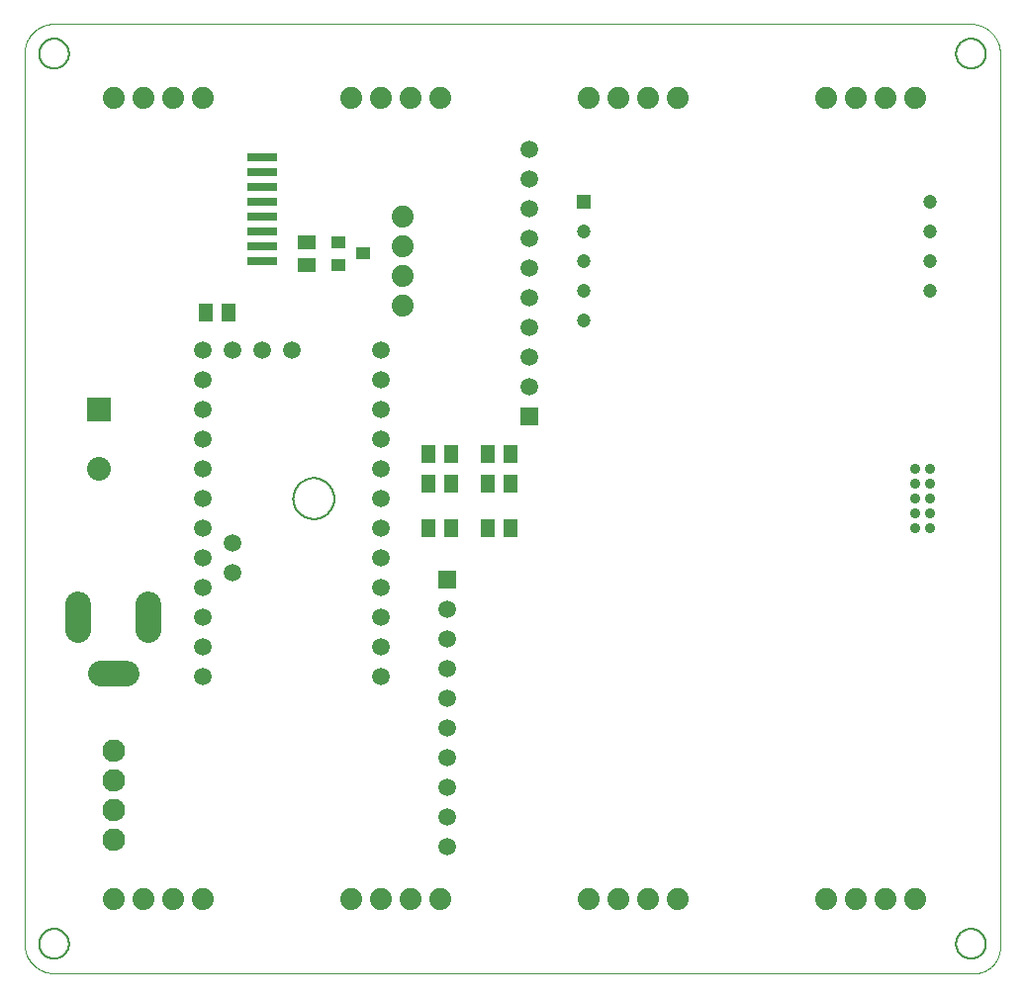
<source format=gts>
G75*
%MOIN*%
%OFA0B0*%
%FSLAX25Y25*%
%IPPOS*%
%LPD*%
%AMOC8*
5,1,8,0,0,1.08239X$1,22.5*
%
%ADD10C,0.00000*%
%ADD11C,0.00600*%
%ADD12C,0.07400*%
%ADD13C,0.08600*%
%ADD14C,0.05906*%
%ADD15R,0.04724X0.04724*%
%ADD16C,0.04724*%
%ADD17R,0.10000X0.03000*%
%ADD18R,0.05118X0.05906*%
%ADD19R,0.05906X0.05118*%
%ADD20R,0.08000X0.08000*%
%ADD21C,0.08000*%
%ADD22R,0.04724X0.04000*%
%ADD23C,0.03562*%
%ADD24C,0.07600*%
%ADD25R,0.05906X0.05906*%
D10*
X0013520Y0011600D02*
X0013520Y0311561D01*
X0013523Y0311803D01*
X0013532Y0312044D01*
X0013546Y0312285D01*
X0013567Y0312526D01*
X0013593Y0312766D01*
X0013625Y0313006D01*
X0013663Y0313245D01*
X0013706Y0313482D01*
X0013756Y0313719D01*
X0013811Y0313954D01*
X0013871Y0314188D01*
X0013938Y0314420D01*
X0014009Y0314651D01*
X0014087Y0314880D01*
X0014170Y0315107D01*
X0014258Y0315332D01*
X0014352Y0315555D01*
X0014451Y0315775D01*
X0014556Y0315993D01*
X0014665Y0316208D01*
X0014780Y0316421D01*
X0014900Y0316631D01*
X0015025Y0316837D01*
X0015155Y0317041D01*
X0015290Y0317242D01*
X0015430Y0317439D01*
X0015574Y0317633D01*
X0015723Y0317823D01*
X0015877Y0318009D01*
X0016035Y0318192D01*
X0016197Y0318371D01*
X0016364Y0318546D01*
X0016535Y0318717D01*
X0016710Y0318884D01*
X0016889Y0319046D01*
X0017072Y0319204D01*
X0017258Y0319358D01*
X0017448Y0319507D01*
X0017642Y0319651D01*
X0017839Y0319791D01*
X0018040Y0319926D01*
X0018244Y0320056D01*
X0018450Y0320181D01*
X0018660Y0320301D01*
X0018873Y0320416D01*
X0019088Y0320525D01*
X0019306Y0320630D01*
X0019526Y0320729D01*
X0019749Y0320823D01*
X0019974Y0320911D01*
X0020201Y0320994D01*
X0020430Y0321072D01*
X0020661Y0321143D01*
X0020893Y0321210D01*
X0021127Y0321270D01*
X0021362Y0321325D01*
X0021599Y0321375D01*
X0021836Y0321418D01*
X0022075Y0321456D01*
X0022315Y0321488D01*
X0022555Y0321514D01*
X0022796Y0321535D01*
X0023037Y0321549D01*
X0023278Y0321558D01*
X0023520Y0321561D01*
X0332260Y0321561D01*
X0332501Y0321558D01*
X0332741Y0321549D01*
X0332982Y0321535D01*
X0333221Y0321514D01*
X0333461Y0321488D01*
X0333699Y0321456D01*
X0333937Y0321419D01*
X0334174Y0321375D01*
X0334409Y0321326D01*
X0334644Y0321272D01*
X0334877Y0321211D01*
X0335108Y0321145D01*
X0335338Y0321073D01*
X0335566Y0320996D01*
X0335792Y0320914D01*
X0336016Y0320826D01*
X0336238Y0320732D01*
X0336458Y0320633D01*
X0336675Y0320529D01*
X0336889Y0320420D01*
X0337101Y0320306D01*
X0337310Y0320186D01*
X0337516Y0320062D01*
X0337719Y0319932D01*
X0337918Y0319798D01*
X0338115Y0319659D01*
X0338308Y0319515D01*
X0338497Y0319366D01*
X0338683Y0319213D01*
X0338865Y0319056D01*
X0339044Y0318894D01*
X0339218Y0318728D01*
X0339388Y0318558D01*
X0339554Y0318384D01*
X0339716Y0318205D01*
X0339873Y0318023D01*
X0340026Y0317837D01*
X0340175Y0317648D01*
X0340319Y0317455D01*
X0340458Y0317258D01*
X0340592Y0317059D01*
X0340722Y0316856D01*
X0340846Y0316650D01*
X0340966Y0316441D01*
X0341080Y0316229D01*
X0341189Y0316015D01*
X0341293Y0315798D01*
X0341392Y0315578D01*
X0341486Y0315356D01*
X0341574Y0315132D01*
X0341656Y0314906D01*
X0341733Y0314678D01*
X0341805Y0314448D01*
X0341871Y0314217D01*
X0341932Y0313984D01*
X0341986Y0313749D01*
X0342035Y0313514D01*
X0342079Y0313277D01*
X0342116Y0313039D01*
X0342148Y0312801D01*
X0342174Y0312561D01*
X0342195Y0312322D01*
X0342209Y0312081D01*
X0342218Y0311841D01*
X0342221Y0311600D01*
X0342220Y0311600D02*
X0342220Y0010301D01*
X0342221Y0010301D02*
X0342218Y0010091D01*
X0342211Y0009881D01*
X0342198Y0009671D01*
X0342180Y0009461D01*
X0342158Y0009252D01*
X0342130Y0009044D01*
X0342097Y0008836D01*
X0342059Y0008629D01*
X0342016Y0008423D01*
X0341968Y0008219D01*
X0341915Y0008015D01*
X0341858Y0007813D01*
X0341795Y0007612D01*
X0341728Y0007413D01*
X0341656Y0007216D01*
X0341579Y0007020D01*
X0341497Y0006826D01*
X0341411Y0006634D01*
X0341320Y0006445D01*
X0341224Y0006257D01*
X0341124Y0006072D01*
X0341020Y0005890D01*
X0340911Y0005710D01*
X0340798Y0005533D01*
X0340681Y0005358D01*
X0340559Y0005187D01*
X0340434Y0005018D01*
X0340304Y0004853D01*
X0340170Y0004690D01*
X0340033Y0004531D01*
X0339891Y0004375D01*
X0339746Y0004223D01*
X0339598Y0004075D01*
X0339446Y0003930D01*
X0339290Y0003788D01*
X0339131Y0003651D01*
X0338968Y0003517D01*
X0338803Y0003387D01*
X0338634Y0003262D01*
X0338463Y0003140D01*
X0338288Y0003023D01*
X0338111Y0002910D01*
X0337931Y0002801D01*
X0337749Y0002697D01*
X0337564Y0002597D01*
X0337376Y0002501D01*
X0337187Y0002410D01*
X0336995Y0002324D01*
X0336801Y0002242D01*
X0336605Y0002165D01*
X0336408Y0002093D01*
X0336209Y0002026D01*
X0336008Y0001963D01*
X0335806Y0001906D01*
X0335602Y0001853D01*
X0335398Y0001805D01*
X0335192Y0001762D01*
X0334985Y0001724D01*
X0334777Y0001691D01*
X0334569Y0001663D01*
X0334360Y0001641D01*
X0334150Y0001623D01*
X0333940Y0001610D01*
X0333730Y0001603D01*
X0333520Y0001600D01*
X0023520Y0001600D01*
X0023278Y0001603D01*
X0023037Y0001612D01*
X0022796Y0001626D01*
X0022555Y0001647D01*
X0022315Y0001673D01*
X0022075Y0001705D01*
X0021836Y0001743D01*
X0021599Y0001786D01*
X0021362Y0001836D01*
X0021127Y0001891D01*
X0020893Y0001951D01*
X0020661Y0002018D01*
X0020430Y0002089D01*
X0020201Y0002167D01*
X0019974Y0002250D01*
X0019749Y0002338D01*
X0019526Y0002432D01*
X0019306Y0002531D01*
X0019088Y0002636D01*
X0018873Y0002745D01*
X0018660Y0002860D01*
X0018450Y0002980D01*
X0018244Y0003105D01*
X0018040Y0003235D01*
X0017839Y0003370D01*
X0017642Y0003510D01*
X0017448Y0003654D01*
X0017258Y0003803D01*
X0017072Y0003957D01*
X0016889Y0004115D01*
X0016710Y0004277D01*
X0016535Y0004444D01*
X0016364Y0004615D01*
X0016197Y0004790D01*
X0016035Y0004969D01*
X0015877Y0005152D01*
X0015723Y0005338D01*
X0015574Y0005528D01*
X0015430Y0005722D01*
X0015290Y0005919D01*
X0015155Y0006120D01*
X0015025Y0006324D01*
X0014900Y0006530D01*
X0014780Y0006740D01*
X0014665Y0006953D01*
X0014556Y0007168D01*
X0014451Y0007386D01*
X0014352Y0007606D01*
X0014258Y0007829D01*
X0014170Y0008054D01*
X0014087Y0008281D01*
X0014009Y0008510D01*
X0013938Y0008741D01*
X0013871Y0008973D01*
X0013811Y0009207D01*
X0013756Y0009442D01*
X0013706Y0009679D01*
X0013663Y0009916D01*
X0013625Y0010155D01*
X0013593Y0010395D01*
X0013567Y0010635D01*
X0013546Y0010876D01*
X0013532Y0011117D01*
X0013523Y0011358D01*
X0013520Y0011600D01*
D11*
X0018520Y0011600D02*
X0018522Y0011741D01*
X0018528Y0011882D01*
X0018538Y0012022D01*
X0018552Y0012162D01*
X0018570Y0012302D01*
X0018591Y0012441D01*
X0018617Y0012580D01*
X0018646Y0012718D01*
X0018680Y0012854D01*
X0018717Y0012990D01*
X0018758Y0013125D01*
X0018803Y0013259D01*
X0018852Y0013391D01*
X0018904Y0013522D01*
X0018960Y0013651D01*
X0019020Y0013778D01*
X0019083Y0013904D01*
X0019149Y0014028D01*
X0019220Y0014151D01*
X0019293Y0014271D01*
X0019370Y0014389D01*
X0019450Y0014505D01*
X0019534Y0014618D01*
X0019620Y0014729D01*
X0019710Y0014838D01*
X0019803Y0014944D01*
X0019898Y0015047D01*
X0019997Y0015148D01*
X0020098Y0015246D01*
X0020202Y0015341D01*
X0020309Y0015433D01*
X0020418Y0015522D01*
X0020530Y0015607D01*
X0020644Y0015690D01*
X0020760Y0015770D01*
X0020879Y0015846D01*
X0021000Y0015918D01*
X0021122Y0015988D01*
X0021247Y0016053D01*
X0021373Y0016116D01*
X0021501Y0016174D01*
X0021631Y0016229D01*
X0021762Y0016281D01*
X0021895Y0016328D01*
X0022029Y0016372D01*
X0022164Y0016413D01*
X0022300Y0016449D01*
X0022437Y0016481D01*
X0022575Y0016510D01*
X0022713Y0016535D01*
X0022853Y0016555D01*
X0022993Y0016572D01*
X0023133Y0016585D01*
X0023274Y0016594D01*
X0023414Y0016599D01*
X0023555Y0016600D01*
X0023696Y0016597D01*
X0023837Y0016590D01*
X0023977Y0016579D01*
X0024117Y0016564D01*
X0024257Y0016545D01*
X0024396Y0016523D01*
X0024534Y0016496D01*
X0024672Y0016466D01*
X0024808Y0016431D01*
X0024944Y0016393D01*
X0025078Y0016351D01*
X0025212Y0016305D01*
X0025344Y0016256D01*
X0025474Y0016202D01*
X0025603Y0016145D01*
X0025730Y0016085D01*
X0025856Y0016021D01*
X0025979Y0015953D01*
X0026101Y0015882D01*
X0026221Y0015808D01*
X0026338Y0015730D01*
X0026453Y0015649D01*
X0026566Y0015565D01*
X0026677Y0015478D01*
X0026785Y0015387D01*
X0026890Y0015294D01*
X0026993Y0015197D01*
X0027093Y0015098D01*
X0027190Y0014996D01*
X0027284Y0014891D01*
X0027375Y0014784D01*
X0027463Y0014674D01*
X0027548Y0014562D01*
X0027630Y0014447D01*
X0027709Y0014330D01*
X0027784Y0014211D01*
X0027856Y0014090D01*
X0027924Y0013967D01*
X0027989Y0013842D01*
X0028051Y0013715D01*
X0028108Y0013586D01*
X0028163Y0013456D01*
X0028213Y0013325D01*
X0028260Y0013192D01*
X0028303Y0013058D01*
X0028342Y0012922D01*
X0028377Y0012786D01*
X0028409Y0012649D01*
X0028436Y0012511D01*
X0028460Y0012372D01*
X0028480Y0012232D01*
X0028496Y0012092D01*
X0028508Y0011952D01*
X0028516Y0011811D01*
X0028520Y0011670D01*
X0028520Y0011530D01*
X0028516Y0011389D01*
X0028508Y0011248D01*
X0028496Y0011108D01*
X0028480Y0010968D01*
X0028460Y0010828D01*
X0028436Y0010689D01*
X0028409Y0010551D01*
X0028377Y0010414D01*
X0028342Y0010278D01*
X0028303Y0010142D01*
X0028260Y0010008D01*
X0028213Y0009875D01*
X0028163Y0009744D01*
X0028108Y0009614D01*
X0028051Y0009485D01*
X0027989Y0009358D01*
X0027924Y0009233D01*
X0027856Y0009110D01*
X0027784Y0008989D01*
X0027709Y0008870D01*
X0027630Y0008753D01*
X0027548Y0008638D01*
X0027463Y0008526D01*
X0027375Y0008416D01*
X0027284Y0008309D01*
X0027190Y0008204D01*
X0027093Y0008102D01*
X0026993Y0008003D01*
X0026890Y0007906D01*
X0026785Y0007813D01*
X0026677Y0007722D01*
X0026566Y0007635D01*
X0026453Y0007551D01*
X0026338Y0007470D01*
X0026221Y0007392D01*
X0026101Y0007318D01*
X0025979Y0007247D01*
X0025856Y0007179D01*
X0025730Y0007115D01*
X0025603Y0007055D01*
X0025474Y0006998D01*
X0025344Y0006944D01*
X0025212Y0006895D01*
X0025078Y0006849D01*
X0024944Y0006807D01*
X0024808Y0006769D01*
X0024672Y0006734D01*
X0024534Y0006704D01*
X0024396Y0006677D01*
X0024257Y0006655D01*
X0024117Y0006636D01*
X0023977Y0006621D01*
X0023837Y0006610D01*
X0023696Y0006603D01*
X0023555Y0006600D01*
X0023414Y0006601D01*
X0023274Y0006606D01*
X0023133Y0006615D01*
X0022993Y0006628D01*
X0022853Y0006645D01*
X0022713Y0006665D01*
X0022575Y0006690D01*
X0022437Y0006719D01*
X0022300Y0006751D01*
X0022164Y0006787D01*
X0022029Y0006828D01*
X0021895Y0006872D01*
X0021762Y0006919D01*
X0021631Y0006971D01*
X0021501Y0007026D01*
X0021373Y0007084D01*
X0021247Y0007147D01*
X0021122Y0007212D01*
X0021000Y0007282D01*
X0020879Y0007354D01*
X0020760Y0007430D01*
X0020644Y0007510D01*
X0020530Y0007593D01*
X0020418Y0007678D01*
X0020309Y0007767D01*
X0020202Y0007859D01*
X0020098Y0007954D01*
X0019997Y0008052D01*
X0019898Y0008153D01*
X0019803Y0008256D01*
X0019710Y0008362D01*
X0019620Y0008471D01*
X0019534Y0008582D01*
X0019450Y0008695D01*
X0019370Y0008811D01*
X0019293Y0008929D01*
X0019220Y0009049D01*
X0019149Y0009172D01*
X0019083Y0009296D01*
X0019020Y0009422D01*
X0018960Y0009549D01*
X0018904Y0009678D01*
X0018852Y0009809D01*
X0018803Y0009941D01*
X0018758Y0010075D01*
X0018717Y0010210D01*
X0018680Y0010346D01*
X0018646Y0010482D01*
X0018617Y0010620D01*
X0018591Y0010759D01*
X0018570Y0010898D01*
X0018552Y0011038D01*
X0018538Y0011178D01*
X0018528Y0011318D01*
X0018522Y0011459D01*
X0018520Y0011600D01*
X0104130Y0161600D02*
X0104132Y0161769D01*
X0104138Y0161938D01*
X0104149Y0162107D01*
X0104163Y0162275D01*
X0104182Y0162443D01*
X0104205Y0162611D01*
X0104231Y0162778D01*
X0104262Y0162944D01*
X0104297Y0163110D01*
X0104336Y0163274D01*
X0104380Y0163438D01*
X0104427Y0163600D01*
X0104478Y0163761D01*
X0104533Y0163921D01*
X0104592Y0164080D01*
X0104654Y0164237D01*
X0104721Y0164392D01*
X0104792Y0164546D01*
X0104866Y0164698D01*
X0104944Y0164848D01*
X0105025Y0164996D01*
X0105110Y0165142D01*
X0105199Y0165286D01*
X0105291Y0165428D01*
X0105387Y0165567D01*
X0105486Y0165704D01*
X0105588Y0165839D01*
X0105694Y0165971D01*
X0105803Y0166100D01*
X0105915Y0166227D01*
X0106030Y0166351D01*
X0106148Y0166472D01*
X0106269Y0166590D01*
X0106393Y0166705D01*
X0106520Y0166817D01*
X0106649Y0166926D01*
X0106781Y0167032D01*
X0106916Y0167134D01*
X0107053Y0167233D01*
X0107192Y0167329D01*
X0107334Y0167421D01*
X0107478Y0167510D01*
X0107624Y0167595D01*
X0107772Y0167676D01*
X0107922Y0167754D01*
X0108074Y0167828D01*
X0108228Y0167899D01*
X0108383Y0167966D01*
X0108540Y0168028D01*
X0108699Y0168087D01*
X0108859Y0168142D01*
X0109020Y0168193D01*
X0109182Y0168240D01*
X0109346Y0168284D01*
X0109510Y0168323D01*
X0109676Y0168358D01*
X0109842Y0168389D01*
X0110009Y0168415D01*
X0110177Y0168438D01*
X0110345Y0168457D01*
X0110513Y0168471D01*
X0110682Y0168482D01*
X0110851Y0168488D01*
X0111020Y0168490D01*
X0111189Y0168488D01*
X0111358Y0168482D01*
X0111527Y0168471D01*
X0111695Y0168457D01*
X0111863Y0168438D01*
X0112031Y0168415D01*
X0112198Y0168389D01*
X0112364Y0168358D01*
X0112530Y0168323D01*
X0112694Y0168284D01*
X0112858Y0168240D01*
X0113020Y0168193D01*
X0113181Y0168142D01*
X0113341Y0168087D01*
X0113500Y0168028D01*
X0113657Y0167966D01*
X0113812Y0167899D01*
X0113966Y0167828D01*
X0114118Y0167754D01*
X0114268Y0167676D01*
X0114416Y0167595D01*
X0114562Y0167510D01*
X0114706Y0167421D01*
X0114848Y0167329D01*
X0114987Y0167233D01*
X0115124Y0167134D01*
X0115259Y0167032D01*
X0115391Y0166926D01*
X0115520Y0166817D01*
X0115647Y0166705D01*
X0115771Y0166590D01*
X0115892Y0166472D01*
X0116010Y0166351D01*
X0116125Y0166227D01*
X0116237Y0166100D01*
X0116346Y0165971D01*
X0116452Y0165839D01*
X0116554Y0165704D01*
X0116653Y0165567D01*
X0116749Y0165428D01*
X0116841Y0165286D01*
X0116930Y0165142D01*
X0117015Y0164996D01*
X0117096Y0164848D01*
X0117174Y0164698D01*
X0117248Y0164546D01*
X0117319Y0164392D01*
X0117386Y0164237D01*
X0117448Y0164080D01*
X0117507Y0163921D01*
X0117562Y0163761D01*
X0117613Y0163600D01*
X0117660Y0163438D01*
X0117704Y0163274D01*
X0117743Y0163110D01*
X0117778Y0162944D01*
X0117809Y0162778D01*
X0117835Y0162611D01*
X0117858Y0162443D01*
X0117877Y0162275D01*
X0117891Y0162107D01*
X0117902Y0161938D01*
X0117908Y0161769D01*
X0117910Y0161600D01*
X0117908Y0161431D01*
X0117902Y0161262D01*
X0117891Y0161093D01*
X0117877Y0160925D01*
X0117858Y0160757D01*
X0117835Y0160589D01*
X0117809Y0160422D01*
X0117778Y0160256D01*
X0117743Y0160090D01*
X0117704Y0159926D01*
X0117660Y0159762D01*
X0117613Y0159600D01*
X0117562Y0159439D01*
X0117507Y0159279D01*
X0117448Y0159120D01*
X0117386Y0158963D01*
X0117319Y0158808D01*
X0117248Y0158654D01*
X0117174Y0158502D01*
X0117096Y0158352D01*
X0117015Y0158204D01*
X0116930Y0158058D01*
X0116841Y0157914D01*
X0116749Y0157772D01*
X0116653Y0157633D01*
X0116554Y0157496D01*
X0116452Y0157361D01*
X0116346Y0157229D01*
X0116237Y0157100D01*
X0116125Y0156973D01*
X0116010Y0156849D01*
X0115892Y0156728D01*
X0115771Y0156610D01*
X0115647Y0156495D01*
X0115520Y0156383D01*
X0115391Y0156274D01*
X0115259Y0156168D01*
X0115124Y0156066D01*
X0114987Y0155967D01*
X0114848Y0155871D01*
X0114706Y0155779D01*
X0114562Y0155690D01*
X0114416Y0155605D01*
X0114268Y0155524D01*
X0114118Y0155446D01*
X0113966Y0155372D01*
X0113812Y0155301D01*
X0113657Y0155234D01*
X0113500Y0155172D01*
X0113341Y0155113D01*
X0113181Y0155058D01*
X0113020Y0155007D01*
X0112858Y0154960D01*
X0112694Y0154916D01*
X0112530Y0154877D01*
X0112364Y0154842D01*
X0112198Y0154811D01*
X0112031Y0154785D01*
X0111863Y0154762D01*
X0111695Y0154743D01*
X0111527Y0154729D01*
X0111358Y0154718D01*
X0111189Y0154712D01*
X0111020Y0154710D01*
X0110851Y0154712D01*
X0110682Y0154718D01*
X0110513Y0154729D01*
X0110345Y0154743D01*
X0110177Y0154762D01*
X0110009Y0154785D01*
X0109842Y0154811D01*
X0109676Y0154842D01*
X0109510Y0154877D01*
X0109346Y0154916D01*
X0109182Y0154960D01*
X0109020Y0155007D01*
X0108859Y0155058D01*
X0108699Y0155113D01*
X0108540Y0155172D01*
X0108383Y0155234D01*
X0108228Y0155301D01*
X0108074Y0155372D01*
X0107922Y0155446D01*
X0107772Y0155524D01*
X0107624Y0155605D01*
X0107478Y0155690D01*
X0107334Y0155779D01*
X0107192Y0155871D01*
X0107053Y0155967D01*
X0106916Y0156066D01*
X0106781Y0156168D01*
X0106649Y0156274D01*
X0106520Y0156383D01*
X0106393Y0156495D01*
X0106269Y0156610D01*
X0106148Y0156728D01*
X0106030Y0156849D01*
X0105915Y0156973D01*
X0105803Y0157100D01*
X0105694Y0157229D01*
X0105588Y0157361D01*
X0105486Y0157496D01*
X0105387Y0157633D01*
X0105291Y0157772D01*
X0105199Y0157914D01*
X0105110Y0158058D01*
X0105025Y0158204D01*
X0104944Y0158352D01*
X0104866Y0158502D01*
X0104792Y0158654D01*
X0104721Y0158808D01*
X0104654Y0158963D01*
X0104592Y0159120D01*
X0104533Y0159279D01*
X0104478Y0159439D01*
X0104427Y0159600D01*
X0104380Y0159762D01*
X0104336Y0159926D01*
X0104297Y0160090D01*
X0104262Y0160256D01*
X0104231Y0160422D01*
X0104205Y0160589D01*
X0104182Y0160757D01*
X0104163Y0160925D01*
X0104149Y0161093D01*
X0104138Y0161262D01*
X0104132Y0161431D01*
X0104130Y0161600D01*
X0018520Y0311600D02*
X0018522Y0311741D01*
X0018528Y0311882D01*
X0018538Y0312022D01*
X0018552Y0312162D01*
X0018570Y0312302D01*
X0018591Y0312441D01*
X0018617Y0312580D01*
X0018646Y0312718D01*
X0018680Y0312854D01*
X0018717Y0312990D01*
X0018758Y0313125D01*
X0018803Y0313259D01*
X0018852Y0313391D01*
X0018904Y0313522D01*
X0018960Y0313651D01*
X0019020Y0313778D01*
X0019083Y0313904D01*
X0019149Y0314028D01*
X0019220Y0314151D01*
X0019293Y0314271D01*
X0019370Y0314389D01*
X0019450Y0314505D01*
X0019534Y0314618D01*
X0019620Y0314729D01*
X0019710Y0314838D01*
X0019803Y0314944D01*
X0019898Y0315047D01*
X0019997Y0315148D01*
X0020098Y0315246D01*
X0020202Y0315341D01*
X0020309Y0315433D01*
X0020418Y0315522D01*
X0020530Y0315607D01*
X0020644Y0315690D01*
X0020760Y0315770D01*
X0020879Y0315846D01*
X0021000Y0315918D01*
X0021122Y0315988D01*
X0021247Y0316053D01*
X0021373Y0316116D01*
X0021501Y0316174D01*
X0021631Y0316229D01*
X0021762Y0316281D01*
X0021895Y0316328D01*
X0022029Y0316372D01*
X0022164Y0316413D01*
X0022300Y0316449D01*
X0022437Y0316481D01*
X0022575Y0316510D01*
X0022713Y0316535D01*
X0022853Y0316555D01*
X0022993Y0316572D01*
X0023133Y0316585D01*
X0023274Y0316594D01*
X0023414Y0316599D01*
X0023555Y0316600D01*
X0023696Y0316597D01*
X0023837Y0316590D01*
X0023977Y0316579D01*
X0024117Y0316564D01*
X0024257Y0316545D01*
X0024396Y0316523D01*
X0024534Y0316496D01*
X0024672Y0316466D01*
X0024808Y0316431D01*
X0024944Y0316393D01*
X0025078Y0316351D01*
X0025212Y0316305D01*
X0025344Y0316256D01*
X0025474Y0316202D01*
X0025603Y0316145D01*
X0025730Y0316085D01*
X0025856Y0316021D01*
X0025979Y0315953D01*
X0026101Y0315882D01*
X0026221Y0315808D01*
X0026338Y0315730D01*
X0026453Y0315649D01*
X0026566Y0315565D01*
X0026677Y0315478D01*
X0026785Y0315387D01*
X0026890Y0315294D01*
X0026993Y0315197D01*
X0027093Y0315098D01*
X0027190Y0314996D01*
X0027284Y0314891D01*
X0027375Y0314784D01*
X0027463Y0314674D01*
X0027548Y0314562D01*
X0027630Y0314447D01*
X0027709Y0314330D01*
X0027784Y0314211D01*
X0027856Y0314090D01*
X0027924Y0313967D01*
X0027989Y0313842D01*
X0028051Y0313715D01*
X0028108Y0313586D01*
X0028163Y0313456D01*
X0028213Y0313325D01*
X0028260Y0313192D01*
X0028303Y0313058D01*
X0028342Y0312922D01*
X0028377Y0312786D01*
X0028409Y0312649D01*
X0028436Y0312511D01*
X0028460Y0312372D01*
X0028480Y0312232D01*
X0028496Y0312092D01*
X0028508Y0311952D01*
X0028516Y0311811D01*
X0028520Y0311670D01*
X0028520Y0311530D01*
X0028516Y0311389D01*
X0028508Y0311248D01*
X0028496Y0311108D01*
X0028480Y0310968D01*
X0028460Y0310828D01*
X0028436Y0310689D01*
X0028409Y0310551D01*
X0028377Y0310414D01*
X0028342Y0310278D01*
X0028303Y0310142D01*
X0028260Y0310008D01*
X0028213Y0309875D01*
X0028163Y0309744D01*
X0028108Y0309614D01*
X0028051Y0309485D01*
X0027989Y0309358D01*
X0027924Y0309233D01*
X0027856Y0309110D01*
X0027784Y0308989D01*
X0027709Y0308870D01*
X0027630Y0308753D01*
X0027548Y0308638D01*
X0027463Y0308526D01*
X0027375Y0308416D01*
X0027284Y0308309D01*
X0027190Y0308204D01*
X0027093Y0308102D01*
X0026993Y0308003D01*
X0026890Y0307906D01*
X0026785Y0307813D01*
X0026677Y0307722D01*
X0026566Y0307635D01*
X0026453Y0307551D01*
X0026338Y0307470D01*
X0026221Y0307392D01*
X0026101Y0307318D01*
X0025979Y0307247D01*
X0025856Y0307179D01*
X0025730Y0307115D01*
X0025603Y0307055D01*
X0025474Y0306998D01*
X0025344Y0306944D01*
X0025212Y0306895D01*
X0025078Y0306849D01*
X0024944Y0306807D01*
X0024808Y0306769D01*
X0024672Y0306734D01*
X0024534Y0306704D01*
X0024396Y0306677D01*
X0024257Y0306655D01*
X0024117Y0306636D01*
X0023977Y0306621D01*
X0023837Y0306610D01*
X0023696Y0306603D01*
X0023555Y0306600D01*
X0023414Y0306601D01*
X0023274Y0306606D01*
X0023133Y0306615D01*
X0022993Y0306628D01*
X0022853Y0306645D01*
X0022713Y0306665D01*
X0022575Y0306690D01*
X0022437Y0306719D01*
X0022300Y0306751D01*
X0022164Y0306787D01*
X0022029Y0306828D01*
X0021895Y0306872D01*
X0021762Y0306919D01*
X0021631Y0306971D01*
X0021501Y0307026D01*
X0021373Y0307084D01*
X0021247Y0307147D01*
X0021122Y0307212D01*
X0021000Y0307282D01*
X0020879Y0307354D01*
X0020760Y0307430D01*
X0020644Y0307510D01*
X0020530Y0307593D01*
X0020418Y0307678D01*
X0020309Y0307767D01*
X0020202Y0307859D01*
X0020098Y0307954D01*
X0019997Y0308052D01*
X0019898Y0308153D01*
X0019803Y0308256D01*
X0019710Y0308362D01*
X0019620Y0308471D01*
X0019534Y0308582D01*
X0019450Y0308695D01*
X0019370Y0308811D01*
X0019293Y0308929D01*
X0019220Y0309049D01*
X0019149Y0309172D01*
X0019083Y0309296D01*
X0019020Y0309422D01*
X0018960Y0309549D01*
X0018904Y0309678D01*
X0018852Y0309809D01*
X0018803Y0309941D01*
X0018758Y0310075D01*
X0018717Y0310210D01*
X0018680Y0310346D01*
X0018646Y0310482D01*
X0018617Y0310620D01*
X0018591Y0310759D01*
X0018570Y0310898D01*
X0018552Y0311038D01*
X0018538Y0311178D01*
X0018528Y0311318D01*
X0018522Y0311459D01*
X0018520Y0311600D01*
X0327417Y0311600D02*
X0327419Y0311741D01*
X0327425Y0311882D01*
X0327435Y0312022D01*
X0327449Y0312162D01*
X0327467Y0312302D01*
X0327488Y0312441D01*
X0327514Y0312580D01*
X0327543Y0312718D01*
X0327577Y0312854D01*
X0327614Y0312990D01*
X0327655Y0313125D01*
X0327700Y0313259D01*
X0327749Y0313391D01*
X0327801Y0313522D01*
X0327857Y0313651D01*
X0327917Y0313778D01*
X0327980Y0313904D01*
X0328046Y0314028D01*
X0328117Y0314151D01*
X0328190Y0314271D01*
X0328267Y0314389D01*
X0328347Y0314505D01*
X0328431Y0314618D01*
X0328517Y0314729D01*
X0328607Y0314838D01*
X0328700Y0314944D01*
X0328795Y0315047D01*
X0328894Y0315148D01*
X0328995Y0315246D01*
X0329099Y0315341D01*
X0329206Y0315433D01*
X0329315Y0315522D01*
X0329427Y0315607D01*
X0329541Y0315690D01*
X0329657Y0315770D01*
X0329776Y0315846D01*
X0329897Y0315918D01*
X0330019Y0315988D01*
X0330144Y0316053D01*
X0330270Y0316116D01*
X0330398Y0316174D01*
X0330528Y0316229D01*
X0330659Y0316281D01*
X0330792Y0316328D01*
X0330926Y0316372D01*
X0331061Y0316413D01*
X0331197Y0316449D01*
X0331334Y0316481D01*
X0331472Y0316510D01*
X0331610Y0316535D01*
X0331750Y0316555D01*
X0331890Y0316572D01*
X0332030Y0316585D01*
X0332171Y0316594D01*
X0332311Y0316599D01*
X0332452Y0316600D01*
X0332593Y0316597D01*
X0332734Y0316590D01*
X0332874Y0316579D01*
X0333014Y0316564D01*
X0333154Y0316545D01*
X0333293Y0316523D01*
X0333431Y0316496D01*
X0333569Y0316466D01*
X0333705Y0316431D01*
X0333841Y0316393D01*
X0333975Y0316351D01*
X0334109Y0316305D01*
X0334241Y0316256D01*
X0334371Y0316202D01*
X0334500Y0316145D01*
X0334627Y0316085D01*
X0334753Y0316021D01*
X0334876Y0315953D01*
X0334998Y0315882D01*
X0335118Y0315808D01*
X0335235Y0315730D01*
X0335350Y0315649D01*
X0335463Y0315565D01*
X0335574Y0315478D01*
X0335682Y0315387D01*
X0335787Y0315294D01*
X0335890Y0315197D01*
X0335990Y0315098D01*
X0336087Y0314996D01*
X0336181Y0314891D01*
X0336272Y0314784D01*
X0336360Y0314674D01*
X0336445Y0314562D01*
X0336527Y0314447D01*
X0336606Y0314330D01*
X0336681Y0314211D01*
X0336753Y0314090D01*
X0336821Y0313967D01*
X0336886Y0313842D01*
X0336948Y0313715D01*
X0337005Y0313586D01*
X0337060Y0313456D01*
X0337110Y0313325D01*
X0337157Y0313192D01*
X0337200Y0313058D01*
X0337239Y0312922D01*
X0337274Y0312786D01*
X0337306Y0312649D01*
X0337333Y0312511D01*
X0337357Y0312372D01*
X0337377Y0312232D01*
X0337393Y0312092D01*
X0337405Y0311952D01*
X0337413Y0311811D01*
X0337417Y0311670D01*
X0337417Y0311530D01*
X0337413Y0311389D01*
X0337405Y0311248D01*
X0337393Y0311108D01*
X0337377Y0310968D01*
X0337357Y0310828D01*
X0337333Y0310689D01*
X0337306Y0310551D01*
X0337274Y0310414D01*
X0337239Y0310278D01*
X0337200Y0310142D01*
X0337157Y0310008D01*
X0337110Y0309875D01*
X0337060Y0309744D01*
X0337005Y0309614D01*
X0336948Y0309485D01*
X0336886Y0309358D01*
X0336821Y0309233D01*
X0336753Y0309110D01*
X0336681Y0308989D01*
X0336606Y0308870D01*
X0336527Y0308753D01*
X0336445Y0308638D01*
X0336360Y0308526D01*
X0336272Y0308416D01*
X0336181Y0308309D01*
X0336087Y0308204D01*
X0335990Y0308102D01*
X0335890Y0308003D01*
X0335787Y0307906D01*
X0335682Y0307813D01*
X0335574Y0307722D01*
X0335463Y0307635D01*
X0335350Y0307551D01*
X0335235Y0307470D01*
X0335118Y0307392D01*
X0334998Y0307318D01*
X0334876Y0307247D01*
X0334753Y0307179D01*
X0334627Y0307115D01*
X0334500Y0307055D01*
X0334371Y0306998D01*
X0334241Y0306944D01*
X0334109Y0306895D01*
X0333975Y0306849D01*
X0333841Y0306807D01*
X0333705Y0306769D01*
X0333569Y0306734D01*
X0333431Y0306704D01*
X0333293Y0306677D01*
X0333154Y0306655D01*
X0333014Y0306636D01*
X0332874Y0306621D01*
X0332734Y0306610D01*
X0332593Y0306603D01*
X0332452Y0306600D01*
X0332311Y0306601D01*
X0332171Y0306606D01*
X0332030Y0306615D01*
X0331890Y0306628D01*
X0331750Y0306645D01*
X0331610Y0306665D01*
X0331472Y0306690D01*
X0331334Y0306719D01*
X0331197Y0306751D01*
X0331061Y0306787D01*
X0330926Y0306828D01*
X0330792Y0306872D01*
X0330659Y0306919D01*
X0330528Y0306971D01*
X0330398Y0307026D01*
X0330270Y0307084D01*
X0330144Y0307147D01*
X0330019Y0307212D01*
X0329897Y0307282D01*
X0329776Y0307354D01*
X0329657Y0307430D01*
X0329541Y0307510D01*
X0329427Y0307593D01*
X0329315Y0307678D01*
X0329206Y0307767D01*
X0329099Y0307859D01*
X0328995Y0307954D01*
X0328894Y0308052D01*
X0328795Y0308153D01*
X0328700Y0308256D01*
X0328607Y0308362D01*
X0328517Y0308471D01*
X0328431Y0308582D01*
X0328347Y0308695D01*
X0328267Y0308811D01*
X0328190Y0308929D01*
X0328117Y0309049D01*
X0328046Y0309172D01*
X0327980Y0309296D01*
X0327917Y0309422D01*
X0327857Y0309549D01*
X0327801Y0309678D01*
X0327749Y0309809D01*
X0327700Y0309941D01*
X0327655Y0310075D01*
X0327614Y0310210D01*
X0327577Y0310346D01*
X0327543Y0310482D01*
X0327514Y0310620D01*
X0327488Y0310759D01*
X0327467Y0310898D01*
X0327449Y0311038D01*
X0327435Y0311178D01*
X0327425Y0311318D01*
X0327419Y0311459D01*
X0327417Y0311600D01*
X0327417Y0011600D02*
X0327419Y0011741D01*
X0327425Y0011882D01*
X0327435Y0012022D01*
X0327449Y0012162D01*
X0327467Y0012302D01*
X0327488Y0012441D01*
X0327514Y0012580D01*
X0327543Y0012718D01*
X0327577Y0012854D01*
X0327614Y0012990D01*
X0327655Y0013125D01*
X0327700Y0013259D01*
X0327749Y0013391D01*
X0327801Y0013522D01*
X0327857Y0013651D01*
X0327917Y0013778D01*
X0327980Y0013904D01*
X0328046Y0014028D01*
X0328117Y0014151D01*
X0328190Y0014271D01*
X0328267Y0014389D01*
X0328347Y0014505D01*
X0328431Y0014618D01*
X0328517Y0014729D01*
X0328607Y0014838D01*
X0328700Y0014944D01*
X0328795Y0015047D01*
X0328894Y0015148D01*
X0328995Y0015246D01*
X0329099Y0015341D01*
X0329206Y0015433D01*
X0329315Y0015522D01*
X0329427Y0015607D01*
X0329541Y0015690D01*
X0329657Y0015770D01*
X0329776Y0015846D01*
X0329897Y0015918D01*
X0330019Y0015988D01*
X0330144Y0016053D01*
X0330270Y0016116D01*
X0330398Y0016174D01*
X0330528Y0016229D01*
X0330659Y0016281D01*
X0330792Y0016328D01*
X0330926Y0016372D01*
X0331061Y0016413D01*
X0331197Y0016449D01*
X0331334Y0016481D01*
X0331472Y0016510D01*
X0331610Y0016535D01*
X0331750Y0016555D01*
X0331890Y0016572D01*
X0332030Y0016585D01*
X0332171Y0016594D01*
X0332311Y0016599D01*
X0332452Y0016600D01*
X0332593Y0016597D01*
X0332734Y0016590D01*
X0332874Y0016579D01*
X0333014Y0016564D01*
X0333154Y0016545D01*
X0333293Y0016523D01*
X0333431Y0016496D01*
X0333569Y0016466D01*
X0333705Y0016431D01*
X0333841Y0016393D01*
X0333975Y0016351D01*
X0334109Y0016305D01*
X0334241Y0016256D01*
X0334371Y0016202D01*
X0334500Y0016145D01*
X0334627Y0016085D01*
X0334753Y0016021D01*
X0334876Y0015953D01*
X0334998Y0015882D01*
X0335118Y0015808D01*
X0335235Y0015730D01*
X0335350Y0015649D01*
X0335463Y0015565D01*
X0335574Y0015478D01*
X0335682Y0015387D01*
X0335787Y0015294D01*
X0335890Y0015197D01*
X0335990Y0015098D01*
X0336087Y0014996D01*
X0336181Y0014891D01*
X0336272Y0014784D01*
X0336360Y0014674D01*
X0336445Y0014562D01*
X0336527Y0014447D01*
X0336606Y0014330D01*
X0336681Y0014211D01*
X0336753Y0014090D01*
X0336821Y0013967D01*
X0336886Y0013842D01*
X0336948Y0013715D01*
X0337005Y0013586D01*
X0337060Y0013456D01*
X0337110Y0013325D01*
X0337157Y0013192D01*
X0337200Y0013058D01*
X0337239Y0012922D01*
X0337274Y0012786D01*
X0337306Y0012649D01*
X0337333Y0012511D01*
X0337357Y0012372D01*
X0337377Y0012232D01*
X0337393Y0012092D01*
X0337405Y0011952D01*
X0337413Y0011811D01*
X0337417Y0011670D01*
X0337417Y0011530D01*
X0337413Y0011389D01*
X0337405Y0011248D01*
X0337393Y0011108D01*
X0337377Y0010968D01*
X0337357Y0010828D01*
X0337333Y0010689D01*
X0337306Y0010551D01*
X0337274Y0010414D01*
X0337239Y0010278D01*
X0337200Y0010142D01*
X0337157Y0010008D01*
X0337110Y0009875D01*
X0337060Y0009744D01*
X0337005Y0009614D01*
X0336948Y0009485D01*
X0336886Y0009358D01*
X0336821Y0009233D01*
X0336753Y0009110D01*
X0336681Y0008989D01*
X0336606Y0008870D01*
X0336527Y0008753D01*
X0336445Y0008638D01*
X0336360Y0008526D01*
X0336272Y0008416D01*
X0336181Y0008309D01*
X0336087Y0008204D01*
X0335990Y0008102D01*
X0335890Y0008003D01*
X0335787Y0007906D01*
X0335682Y0007813D01*
X0335574Y0007722D01*
X0335463Y0007635D01*
X0335350Y0007551D01*
X0335235Y0007470D01*
X0335118Y0007392D01*
X0334998Y0007318D01*
X0334876Y0007247D01*
X0334753Y0007179D01*
X0334627Y0007115D01*
X0334500Y0007055D01*
X0334371Y0006998D01*
X0334241Y0006944D01*
X0334109Y0006895D01*
X0333975Y0006849D01*
X0333841Y0006807D01*
X0333705Y0006769D01*
X0333569Y0006734D01*
X0333431Y0006704D01*
X0333293Y0006677D01*
X0333154Y0006655D01*
X0333014Y0006636D01*
X0332874Y0006621D01*
X0332734Y0006610D01*
X0332593Y0006603D01*
X0332452Y0006600D01*
X0332311Y0006601D01*
X0332171Y0006606D01*
X0332030Y0006615D01*
X0331890Y0006628D01*
X0331750Y0006645D01*
X0331610Y0006665D01*
X0331472Y0006690D01*
X0331334Y0006719D01*
X0331197Y0006751D01*
X0331061Y0006787D01*
X0330926Y0006828D01*
X0330792Y0006872D01*
X0330659Y0006919D01*
X0330528Y0006971D01*
X0330398Y0007026D01*
X0330270Y0007084D01*
X0330144Y0007147D01*
X0330019Y0007212D01*
X0329897Y0007282D01*
X0329776Y0007354D01*
X0329657Y0007430D01*
X0329541Y0007510D01*
X0329427Y0007593D01*
X0329315Y0007678D01*
X0329206Y0007767D01*
X0329099Y0007859D01*
X0328995Y0007954D01*
X0328894Y0008052D01*
X0328795Y0008153D01*
X0328700Y0008256D01*
X0328607Y0008362D01*
X0328517Y0008471D01*
X0328431Y0008582D01*
X0328347Y0008695D01*
X0328267Y0008811D01*
X0328190Y0008929D01*
X0328117Y0009049D01*
X0328046Y0009172D01*
X0327980Y0009296D01*
X0327917Y0009422D01*
X0327857Y0009549D01*
X0327801Y0009678D01*
X0327749Y0009809D01*
X0327700Y0009941D01*
X0327655Y0010075D01*
X0327614Y0010210D01*
X0327577Y0010346D01*
X0327543Y0010482D01*
X0327514Y0010620D01*
X0327488Y0010759D01*
X0327467Y0010898D01*
X0327449Y0011038D01*
X0327435Y0011178D01*
X0327425Y0011318D01*
X0327419Y0011459D01*
X0327417Y0011600D01*
D12*
X0313520Y0026600D03*
X0303520Y0026600D03*
X0293520Y0026600D03*
X0283520Y0026600D03*
X0233520Y0026600D03*
X0223520Y0026600D03*
X0213520Y0026600D03*
X0203520Y0026600D03*
X0153520Y0026600D03*
X0143520Y0026600D03*
X0133520Y0026600D03*
X0123520Y0026600D03*
X0073520Y0026600D03*
X0063520Y0026600D03*
X0053520Y0026600D03*
X0043520Y0026600D03*
X0141020Y0226600D03*
X0141020Y0236600D03*
X0141020Y0246600D03*
X0141020Y0256600D03*
X0143520Y0296600D03*
X0153520Y0296600D03*
X0133520Y0296600D03*
X0123520Y0296600D03*
X0073520Y0296600D03*
X0063520Y0296600D03*
X0053520Y0296600D03*
X0043520Y0296600D03*
X0203520Y0296600D03*
X0213520Y0296600D03*
X0223520Y0296600D03*
X0233520Y0296600D03*
X0283520Y0296600D03*
X0293520Y0296600D03*
X0303520Y0296600D03*
X0313520Y0296600D03*
D13*
X0055331Y0125900D02*
X0055331Y0117300D01*
X0047820Y0102702D02*
X0039220Y0102702D01*
X0031709Y0117300D02*
X0031709Y0125900D01*
D14*
X0073520Y0121600D03*
X0073520Y0111600D03*
X0073520Y0101600D03*
X0073520Y0131600D03*
X0073520Y0141600D03*
X0073520Y0151600D03*
X0083520Y0146600D03*
X0083520Y0136600D03*
X0073520Y0161600D03*
X0073520Y0171600D03*
X0073520Y0181600D03*
X0073520Y0191600D03*
X0073520Y0201600D03*
X0073520Y0211600D03*
X0083520Y0211600D03*
X0093520Y0211600D03*
X0103520Y0211600D03*
X0133520Y0211600D03*
X0133520Y0201600D03*
X0133520Y0191600D03*
X0133520Y0181600D03*
X0133520Y0171600D03*
X0133520Y0161600D03*
X0133520Y0151600D03*
X0133520Y0141600D03*
X0133520Y0131600D03*
X0133520Y0121600D03*
X0133520Y0111600D03*
X0133520Y0101600D03*
X0156020Y0104100D03*
X0156020Y0094100D03*
X0156020Y0084100D03*
X0156020Y0074100D03*
X0156020Y0064100D03*
X0156020Y0054100D03*
X0156020Y0044100D03*
X0156020Y0114100D03*
X0156020Y0124100D03*
X0183520Y0199100D03*
X0183520Y0209100D03*
X0183520Y0219100D03*
X0183520Y0229100D03*
X0183520Y0239100D03*
X0183520Y0249100D03*
X0183520Y0259100D03*
X0183520Y0269100D03*
X0183520Y0279100D03*
D15*
X0202020Y0261600D03*
D16*
X0202020Y0251600D03*
X0202020Y0241600D03*
X0202020Y0231600D03*
X0202020Y0221600D03*
X0318520Y0231600D03*
X0318520Y0241600D03*
X0318520Y0251600D03*
X0318520Y0261600D03*
D17*
X0093520Y0261600D03*
X0093520Y0256600D03*
X0093520Y0251600D03*
X0093520Y0246600D03*
X0093520Y0241600D03*
X0093520Y0266600D03*
X0093520Y0271600D03*
X0093520Y0276600D03*
D18*
X0082260Y0224100D03*
X0074780Y0224100D03*
X0149780Y0176600D03*
X0157260Y0176600D03*
X0157260Y0166600D03*
X0149780Y0166600D03*
X0149780Y0151600D03*
X0157260Y0151600D03*
X0169780Y0151600D03*
X0177260Y0151600D03*
X0177260Y0166600D03*
X0169780Y0166600D03*
X0169780Y0176600D03*
X0177260Y0176600D03*
D19*
X0108520Y0240360D03*
X0108520Y0247840D03*
D20*
X0038520Y0191443D03*
D21*
X0038520Y0171757D03*
D22*
X0119346Y0240360D03*
X0119346Y0247840D03*
X0127693Y0244100D03*
D23*
X0313520Y0171600D03*
X0318520Y0171600D03*
X0318520Y0166600D03*
X0318520Y0161600D03*
X0318520Y0156600D03*
X0318520Y0151600D03*
X0313520Y0151600D03*
X0313520Y0156600D03*
X0313520Y0161600D03*
X0313520Y0166600D03*
D24*
X0043520Y0076600D03*
X0043520Y0066600D03*
X0043520Y0056600D03*
X0043520Y0046600D03*
D25*
X0156020Y0134100D03*
X0183520Y0189100D03*
M02*

</source>
